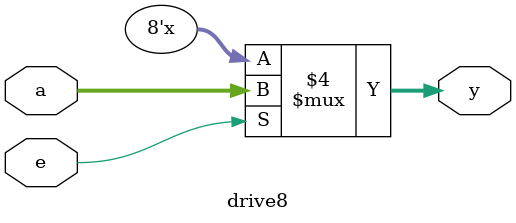
<source format=v>
`ifndef priority7
 `ifndef latchrs
  `ifndef dffrs
   `ifndef drive8
    `define priority7
    `define latchrs
    `define dffrs
    `define drive8
   `endif
  `endif
 `endif
`endif

`ifdef priority7
module priority7 ( y, a ) ;

  output reg  [2:0] y ;
  input  wire [7:1] a ;

  always @*
    begin
      y = 0;
      if (a[1] == 1) y = 1; else
      if (a[2] == 1) y = 2; else
      if (a[3] == 1) y = 3; else
      if (a[4] == 1) y = 4; else
      if (a[5] == 1) y = 5; else
      if (a[6] == 1) y = 6; else
      if (a[7] == 1) y = 7;
    end

endmodule
`endif


////////////////////////////////////////////////////////////////////////////////
// latch with active-high enable and active-low asynchronous reset and set    //
// set has priority over reset                                                //
// this is a combinational block modeling a sequential device                 //
// so must use nonblocking assignments                                        //
////////////////////////////////////////////////////////////////////////////////
`ifdef latchrs
module latchrs ( q, e, d, r, s ) ;

  output reg  q ;
  input  wire e, d, r, s ;

  // do not remove comment below
  // cadence async_set_reset "s, r"

  always @*
    begin
    if (!s)      
       q <= 1;
      else  
        if (!r)
          q <= 0;
        else
          if (e)
            q <= d;
    end

endmodule
`endif


////////////////////////////////////////////////////////////////////////////////
// flop-flop with active-high clock and enable and                            //
// active-low asynchronous reset and set. set has priority over reset.        //
// this is a sequential block so must use nonblocking assignments             //
////////////////////////////////////////////////////////////////////////////////
`ifdef dffrs
module dffrs ( q, c, d, e, r, s ) ;

  output reg  q ;
  input  wire c, d, e, r, s ;

  always @(posedge c or s or r)
      begin
      if (!s)      
         q <= 1;
        else  
          if (!r)
            q <= 0;
          else
            if (e)
              q <= d;
      end

endmodule
`endif


////////////////////////////////////////////////////////////////////////////////
// bus driver                                                                 //
// output is high-impedance when not enabled                                  //
// this is a combinational block                                              //
////////////////////////////////////////////////////////////////////////////////
`ifdef drive8
module drive8 ( y, a, e ) ;

  output reg  [7:0] y ;
  input  wire [7:0] a ;
  input  wire       e ;

  always @*
    begin
      if (!e)
        y = 'bz;
      else
        y = a;
    end

endmodule
`endif


</source>
